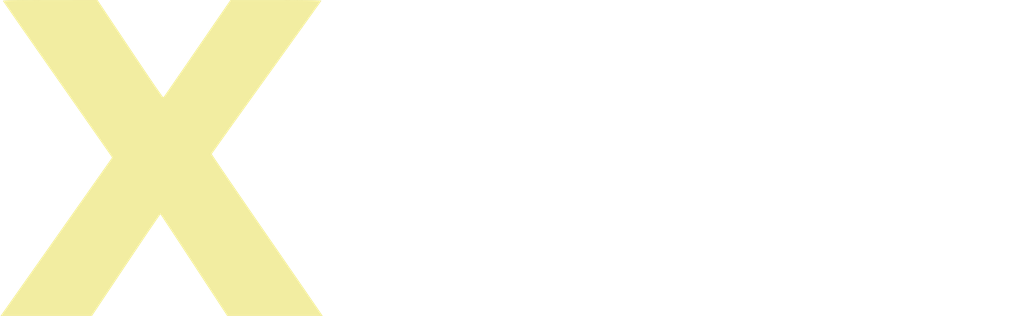
<source format=kicad_pcb>

(kicad_pcb (version 4) (host pcbnew 4.0.7)

	(general
		(links 0)
		(no_connects 0)
		(area 77.052499 41.877835 92.193313 53.630501)
		(thickness 1.6)
		(drawings 8)
		(tracks 0)
		(zones 0)
		(modules 1)
		(nets 1)
	)

	(page A4)
	(layers
		(0 F.Cu signal)
		(31 B.Cu signal)
		(32 B.Adhes user)
		(33 F.Adhes user)
		(34 B.Paste user)
		(35 F.Paste user)
		(36 B.SilkS user)
		(37 F.SilkS user)
		(38 B.Mask user)
		(39 F.Mask user)
		(40 Dwgs.User user)
		(41 Cmts.User user)
		(42 Eco1.User user)
		(43 Eco2.User user)
		(44 Edge.Cuts user)
		(45 Margin user)
		(46 B.CrtYd user)
		(47 F.CrtYd user)
		(48 B.Fab user)
		(49 F.Fab user)
	)

	(setup
		(last_trace_width 0.25)
		(trace_clearance 0.2)
		(zone_clearance 0.508)
		(zone_45_only no)
		(trace_min 0.2)
		(segment_width 0.2)
		(edge_width 0.15)
		(via_size 0.6)
		(via_drill 0.4)
		(via_min_size 0.4)
		(via_min_drill 0.3)
		(uvia_size 0.3)
		(uvia_drill 0.1)
		(uvias_allowed no)
		(uvia_min_size 0.2)
		(uvia_min_drill 0.1)
		(pcb_text_width 0.3)
		(pcb_text_size 1.5 1.5)
		(mod_edge_width 0.15)
		(mod_text_size 1 1)
		(mod_text_width 0.15)
		(pad_size 1.524 1.524)
		(pad_drill 0.762)
		(pad_to_mask_clearance 0.2)
		(aux_axis_origin 0 0)
		(visible_elements FFFFFF7F)
		(pcbplotparams
			(layerselection 0x010f0_80000001)
			(usegerberextensions false)
			(excludeedgelayer true)
			(linewidth 0.100000)
			(plotframeref false)
			(viasonmask false)
			(mode 1)
			(useauxorigin false)
			(hpglpennumber 1)
			(hpglpenspeed 20)
			(hpglpendiameter 15)
			(hpglpenoverlay 2)
			(psnegative false)
			(psa4output false)
			(plotreference true)
			(plotvalue true)
			(plotinvisibletext false)
			(padsonsilk false)
			(subtractmaskfromsilk false)
			(outputformat 1)
			(mirror false)
			(drillshape 1)
			(scaleselection 1)
			(outputdirectory gerbers/))
	)

	(net 0 "")

	(net_class Default "This is the default net class."
		(clearance 0.2)
		(trace_width 0.25)
		(via_dia 0.6)
		(via_drill 0.4)
		(uvia_dia 0.3)
		(uvia_drill 0.1)
	)
(module LOGO (layer F.Cu)
  (at 0 0)
 (fp_text reference "G***" (at 0 0) (layer F.SilkS) hide
  (effects (font (thickness 0.3)))
  )
  (fp_text value "LOGO" (at 0.75 0) (layer F.SilkS) hide
  (effects (font (thickness 0.3)))
  )
)
(module LOGO (layer F.Cu)
  (at 0 0)
 (fp_text reference "G***" (at 0 0) (layer F.SilkS) hide
  (effects (font (thickness 0.3)))
  )
  (fp_text value "LOGO" (at 0.75 0) (layer F.SilkS) hide
  (effects (font (thickness 0.3)))
  )
  (fp_poly (pts (xy -12.741023 -3.149445) (xy -12.553867 -3.148981) (xy -12.390747 -3.148211) (xy -12.251855 -3.147136) (xy -12.137382 -3.145760) (xy -12.047518 -3.144084) (xy -11.982456 -3.142111) (xy -11.942385 -3.139844)
     (xy -11.927499 -3.137284) (xy -11.927417 -3.136946) (xy -11.935170 -3.125425) (xy -11.956984 -3.094363) (xy -11.992087 -3.044838) (xy -12.039707 -2.977929) (xy -12.099072 -2.894713) (xy -12.169411 -2.796270)
     (xy -12.249950 -2.683676) (xy -12.339919 -2.558012) (xy -12.438545 -2.420353) (xy -12.545056 -2.271779) (xy -12.658681 -2.113369) (xy -12.778647 -1.946199) (xy -12.904183 -1.771349) (xy -13.034516 -1.589897)
     (xy -13.168875 -1.402921) (xy -13.169900 -1.401494) (xy -13.304302 -1.214437) (xy -13.434678 -1.032860) (xy -13.560258 -0.857844) (xy -13.680268 -0.690469) (xy -13.793937 -0.531816) (xy -13.900493 -0.382967)
     (xy -13.999164 -0.245000) (xy -14.089177 -0.118998) (xy -14.169762 -0.006041) (xy -14.240145 0.092790) (xy -14.299555 0.176415) (xy -14.347220 0.243754) (xy -14.382368 0.293724) (xy -14.404226 0.325247)
     (xy -14.412023 0.337241) (xy -14.412025 0.337251) (xy -14.405334 0.349226) (xy -14.384913 0.381018) (xy -14.351493 0.431557) (xy -14.305800 0.499776) (xy -14.248565 0.584607) (xy -14.180517 0.684982)
     (xy -14.102383 0.799832) (xy -14.014893 0.928091) (xy -13.918776 1.068689) (xy -13.814761 1.220559) (xy -13.703575 1.382634) (xy -13.585949 1.553844) (xy -13.462611 1.733123) (xy -13.334290 1.919401)
     (xy -13.201714 2.111612) (xy -13.151550 2.184278) (xy -13.017602 2.378296) (xy -12.887593 2.566668) (xy -12.762253 2.748331) (xy -12.642312 2.922225) (xy -12.528502 3.087290) (xy -12.421551 3.242464)
     (xy -12.322192 3.386688) (xy -12.231153 3.518899) (xy -12.149165 3.638038) (xy -12.076959 3.743044) (xy -12.015266 3.832855) (xy -11.964814 3.906412) (xy -11.926335 3.962653) (xy -11.900559 4.000517)
     (xy -11.888217 4.018945) (xy -11.887200 4.020628) (xy -11.899593 4.021423) (xy -11.935538 4.022175) (xy -11.993189 4.022875) (xy -12.070700 4.023515) (xy -12.166222 4.024086) (xy -12.277910 4.024580)
     (xy -12.403917 4.024989) (xy -12.542395 4.025303) (xy -12.691497 4.025514) (xy -12.849377 4.025614) (xy -12.963525 4.025614) (xy -14.039850 4.025328) (xy -14.800876 2.862953) (xy -14.902653 2.707568)
     (xy -15.000583 2.558188) (xy -15.093765 2.416181) (xy -15.181295 2.282916) (xy -15.262273 2.159762) (xy -15.335796 2.048089) (xy -15.400962 1.949264) (xy -15.456868 1.864657) (xy -15.502614 1.795637)
     (xy -15.537297 1.743573) (xy -15.560015 1.709834) (xy -15.569865 1.695788) (xy -15.570171 1.695468) (xy -15.578177 1.705124) (xy -15.599356 1.734581) (xy -15.632800 1.782500) (xy -15.677601 1.847543)
     (xy -15.732850 1.928370) (xy -15.797639 2.023643) (xy -15.871061 2.132023) (xy -15.952206 2.252172) (xy -16.040167 2.382750) (xy -16.134036 2.522419) (xy -16.232904 2.669840) (xy -16.335863 2.823675)
     (xy -16.358545 2.857606) (xy -17.138650 4.024856) (xy -19.202344 4.025900) (xy -19.096559 3.876675) (xy -19.077372 3.849538) (xy -19.044434 3.802871) (xy -18.998618 3.737911) (xy -18.940795 3.655894)
     (xy -18.871838 3.558059) (xy -18.792619 3.445644) (xy -18.704009 3.319886) (xy -18.606880 3.182023) (xy -18.502105 3.033292) (xy -18.390555 2.874931) (xy -18.273103 2.708178) (xy -18.150620 2.534271)
     (xy -18.023979 2.354447) (xy -17.894051 2.169943) (xy -17.825538 2.072646) (xy -16.660302 0.417843) (xy -16.682761 0.383546) (xy -16.692390 0.369542) (xy -16.715806 0.335834) (xy -16.752236 0.283533)
     (xy -16.800903 0.213745) (xy -16.861035 0.127580) (xy -16.931855 0.026146) (xy -17.012591 -0.089449) (xy -17.102467 -0.218095) (xy -17.200710 -0.358684) (xy -17.306543 -0.510108) (xy -17.419194 -0.671258)
     (xy -17.537888 -0.841025) (xy -17.661850 -1.018302) (xy -17.790306 -1.201980) (xy -17.916715 -1.382707) (xy -18.048496 -1.571147) (xy -18.176354 -1.754070) (xy -18.299527 -1.930381) (xy -18.417255 -2.098986)
     (xy -18.528774 -2.258791) (xy -18.633324 -2.408703) (xy -18.730142 -2.547626) (xy -18.818466 -2.674468) (xy -18.897535 -2.788134) (xy -18.966587 -2.887531) (xy -19.024861 -2.971563) (xy -19.071593 -3.039138)
     (xy -19.106023 -3.089160) (xy -19.127389 -3.120537) (xy -19.134915 -3.132132) (xy -19.132995 -3.135278) (xy -19.123680 -3.138035) (xy -19.105495 -3.140425) (xy -19.076964 -3.142473) (xy -19.036611 -3.144203)
     (xy -18.982960 -3.145639) (xy -18.914537 -3.146805) (xy -18.829865 -3.147725) (xy -18.727468 -3.148423) (xy -18.605872 -3.148923) (xy -18.463599 -3.149249) (xy -18.299175 -3.149425) (xy -18.111124 -3.149475)
     (xy -18.070284 -3.149472) (xy -16.998950 -3.149344) (xy -16.256486 -2.038190) (xy -16.132119 -1.852222) (xy -16.021092 -1.686553) (xy -15.922775 -1.540269) (xy -15.836536 -1.412459) (xy -15.761744 -1.302208)
     (xy -15.697768 -1.208604) (xy -15.643978 -1.130733) (xy -15.599741 -1.067683) (xy -15.564428 -1.018539) (xy -15.537407 -0.982389) (xy -15.518046 -0.958321) (xy -15.505716 -0.945420) (xy -15.499785 -0.942773)
     (xy -15.499597 -0.942943) (xy -15.490568 -0.955396) (xy -15.468135 -0.987396) (xy -15.433262 -1.037547) (xy -15.386914 -1.104451) (xy -15.330055 -1.186710) (xy -15.263648 -1.282926) (xy -15.188659 -1.391702)
     (xy -15.106051 -1.511640) (xy -15.016788 -1.641343) (xy -14.921835 -1.779412) (xy -14.822155 -1.924451) (xy -14.733018 -2.054225) (xy -13.980865 -3.149600) (xy -12.952024 -3.149600) (xy -12.741023 -3.149445) )(layer F.SilkS) (width  0.010000)
  )
)

)

</source>
